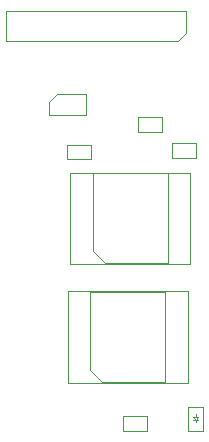
<source format=gbr>
G04 #@! TF.GenerationSoftware,KiCad,Pcbnew,5.1.7-a382d34a8~88~ubuntu18.04.1*
G04 #@! TF.CreationDate,2021-08-09T13:16:33+05:30*
G04 #@! TF.ProjectId,BackEnd_HeavyDevice_v3,4261636b-456e-4645-9f48-656176794465,rev?*
G04 #@! TF.SameCoordinates,Original*
G04 #@! TF.FileFunction,Other,Fab,Bot*
%FSLAX46Y46*%
G04 Gerber Fmt 4.6, Leading zero omitted, Abs format (unit mm)*
G04 Created by KiCad (PCBNEW 5.1.7-a382d34a8~88~ubuntu18.04.1) date 2021-08-09 13:16:33*
%MOMM*%
%LPD*%
G01*
G04 APERTURE LIST*
%ADD10C,0.100000*%
G04 APERTURE END LIST*
D10*
X138786000Y-129074000D02*
X138786000Y-127074000D01*
X138786000Y-127074000D02*
X137486000Y-127074000D01*
X137486000Y-127074000D02*
X137486000Y-129074000D01*
X137486000Y-129074000D02*
X138786000Y-129074000D01*
X138336000Y-127874000D02*
X138136000Y-128174000D01*
X138136000Y-128174000D02*
X137936000Y-127874000D01*
X137936000Y-127874000D02*
X138336000Y-127874000D01*
X138336000Y-128174000D02*
X137936000Y-128174000D01*
X138136000Y-128174000D02*
X138136000Y-128374000D01*
X138136000Y-127874000D02*
X138136000Y-127674000D01*
X138134000Y-105977000D02*
X138134000Y-104737000D01*
X136134000Y-105977000D02*
X138134000Y-105977000D01*
X136134000Y-104737000D02*
X136134000Y-105977000D01*
X138134000Y-104737000D02*
X136134000Y-104737000D01*
X135261000Y-102532000D02*
X133261000Y-102532000D01*
X133261000Y-102532000D02*
X133261000Y-103772000D01*
X133261000Y-103772000D02*
X135261000Y-103772000D01*
X135261000Y-103772000D02*
X135261000Y-102532000D01*
X129259000Y-106094000D02*
X129259000Y-104854000D01*
X127259000Y-106094000D02*
X129259000Y-106094000D01*
X127259000Y-104854000D02*
X127259000Y-106094000D01*
X129259000Y-104854000D02*
X127259000Y-104854000D01*
X131996000Y-129088000D02*
X133996000Y-129088000D01*
X133996000Y-129088000D02*
X133996000Y-127848000D01*
X133996000Y-127848000D02*
X131996000Y-127848000D01*
X131996000Y-127848000D02*
X131996000Y-129088000D01*
X137681000Y-114959000D02*
X127521000Y-114959000D01*
X137681000Y-107219000D02*
X137681000Y-114959000D01*
X127521000Y-107219000D02*
X137681000Y-107219000D01*
X127521000Y-114959000D02*
X127521000Y-107219000D01*
X129426000Y-113899000D02*
X130426000Y-114899000D01*
X129426000Y-107279000D02*
X129426000Y-113899000D01*
X135776000Y-107279000D02*
X129426000Y-107279000D01*
X135776000Y-114899000D02*
X135776000Y-107279000D01*
X130426000Y-114899000D02*
X135776000Y-114899000D01*
X126407000Y-100574000D02*
X125757000Y-101224000D01*
X125757000Y-102374000D02*
X125757000Y-101224000D01*
X126407000Y-100574000D02*
X128857000Y-100574000D01*
X128857000Y-102374000D02*
X128857000Y-100574000D01*
X125757000Y-102374000D02*
X128857000Y-102374000D01*
X130215000Y-124940000D02*
X135565000Y-124940000D01*
X135565000Y-124940000D02*
X135565000Y-117320000D01*
X135565000Y-117320000D02*
X129215000Y-117320000D01*
X129215000Y-117320000D02*
X129215000Y-123940000D01*
X129215000Y-123940000D02*
X130215000Y-124940000D01*
X127310000Y-125000000D02*
X127310000Y-117260000D01*
X127310000Y-117260000D02*
X137470000Y-117260000D01*
X137470000Y-117260000D02*
X137470000Y-125000000D01*
X137470000Y-125000000D02*
X127310000Y-125000000D01*
X136646000Y-96070400D02*
X137281000Y-95435400D01*
X122041000Y-96070400D02*
X136646000Y-96070400D01*
X122041000Y-93530400D02*
X122041000Y-96070400D01*
X137281000Y-93530400D02*
X122041000Y-93530400D01*
X137281000Y-95435400D02*
X137281000Y-93530400D01*
M02*

</source>
